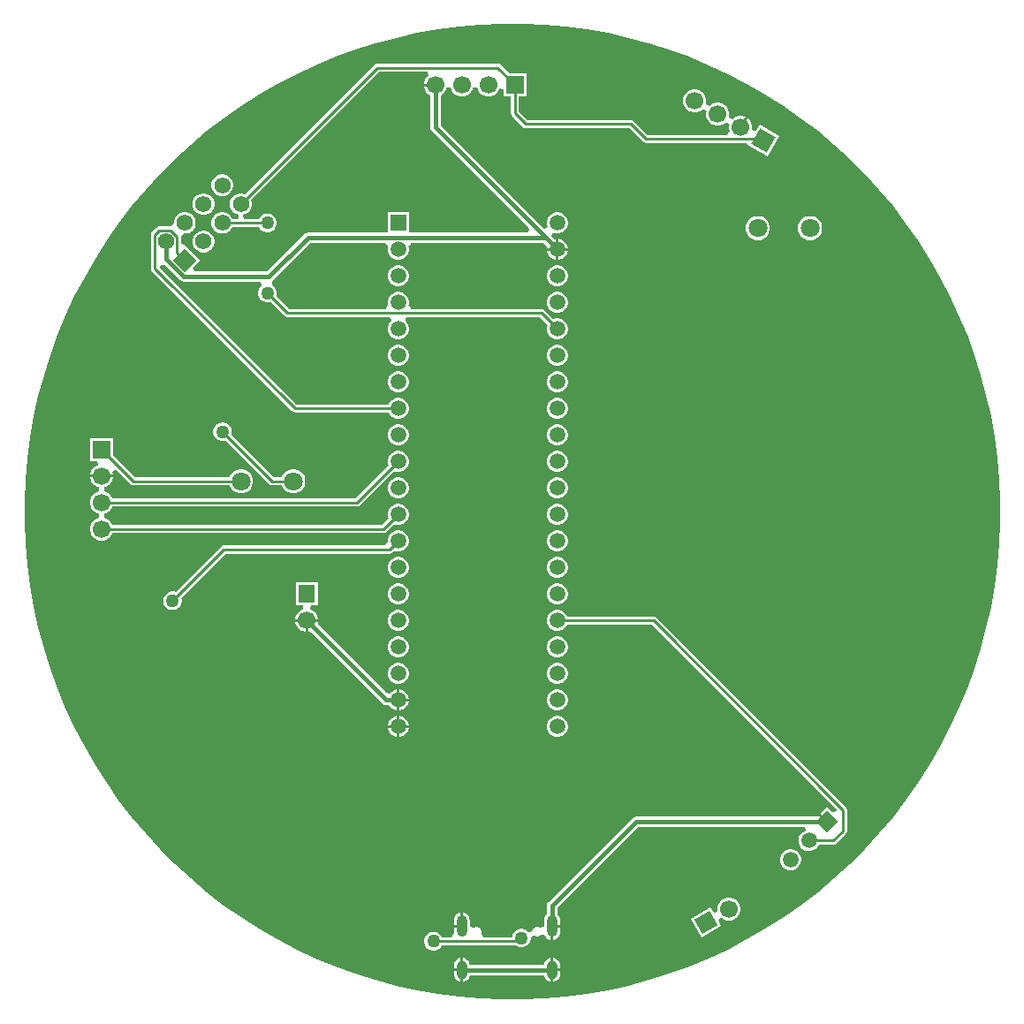
<source format=gbl>
G04*
G04 #@! TF.GenerationSoftware,Altium Limited,Altium Designer,24.6.1 (21)*
G04*
G04 Layer_Physical_Order=2*
G04 Layer_Color=16711680*
%FSLAX25Y25*%
%MOIN*%
G70*
G04*
G04 #@! TF.SameCoordinates,14203EA7-49FE-442F-A609-4801219AAA54*
G04*
G04*
G04 #@! TF.FilePolarity,Positive*
G04*
G01*
G75*
%ADD11C,0.01000*%
%ADD62C,0.01800*%
%ADD63P,0.09465X4X195.0*%
%ADD64C,0.06693*%
%ADD65R,0.06693X0.06693*%
%ADD66R,0.06693X0.06693*%
G04:AMPARAMS|DCode=67|XSize=66.93mil|YSize=62mil|CornerRadius=0mil|HoleSize=0mil|Usage=FLASHONLY|Rotation=30.000|XOffset=0mil|YOffset=0mil|HoleType=Round|Shape=Rectangle|*
%AMROTATEDRECTD67*
4,1,4,-0.01348,-0.04358,-0.04448,0.01011,0.01348,0.04358,0.04448,-0.01011,-0.01348,-0.04358,0.0*
%
%ADD67ROTATEDRECTD67*%

%ADD68C,0.05906*%
%ADD69P,0.08352X4X91.0*%
%ADD70O,0.03937X0.08268*%
%ADD71O,0.03937X0.07087*%
%ADD72C,0.07087*%
%ADD73P,0.08768X4X90.0*%
%ADD74C,0.06200*%
%ADD75R,0.05906X0.05906*%
%ADD76R,0.06200X0.06693*%
%ADD77C,0.05000*%
G36*
X12042Y183718D02*
X20044Y183017D01*
X28008Y181969D01*
X35918Y180574D01*
X43761Y178835D01*
X51520Y176756D01*
X59181Y174341D01*
X66729Y171594D01*
X74150Y168520D01*
X81431Y165125D01*
X88556Y161416D01*
X95512Y157399D01*
X102287Y153083D01*
X108867Y148476D01*
X115240Y143586D01*
X121393Y138423D01*
X127316Y132996D01*
X132996Y127316D01*
X138423Y121393D01*
X143586Y115240D01*
X148476Y108867D01*
X153083Y102287D01*
X157399Y95512D01*
X161416Y88556D01*
X165125Y81431D01*
X168520Y74150D01*
X171594Y66729D01*
X174341Y59181D01*
X176756Y51520D01*
X178835Y43761D01*
X180574Y35918D01*
X181969Y28008D01*
X183017Y20044D01*
X183718Y12042D01*
X184068Y4016D01*
Y0D01*
Y-4016D01*
X183718Y-12042D01*
X183017Y-20044D01*
X181969Y-28008D01*
X180574Y-35918D01*
X178835Y-43761D01*
X176756Y-51520D01*
X174341Y-59181D01*
X171594Y-66729D01*
X168520Y-74150D01*
X165125Y-81431D01*
X161416Y-88556D01*
X157399Y-95512D01*
X153083Y-102287D01*
X148476Y-108867D01*
X143586Y-115240D01*
X138423Y-121393D01*
X132996Y-127316D01*
X127316Y-132996D01*
X121393Y-138423D01*
X115240Y-143586D01*
X108867Y-148476D01*
X102287Y-153083D01*
X95512Y-157399D01*
X88556Y-161416D01*
X81431Y-165125D01*
X74150Y-168520D01*
X66729Y-171594D01*
X59181Y-174341D01*
X51520Y-176756D01*
X43761Y-178835D01*
X35918Y-180574D01*
X28008Y-181969D01*
X20044Y-183017D01*
X12042Y-183718D01*
X4016Y-184068D01*
X-4016D01*
X-12042Y-183718D01*
X-20044Y-183017D01*
X-28008Y-181969D01*
X-35918Y-180574D01*
X-43761Y-178835D01*
X-51520Y-176756D01*
X-59181Y-174341D01*
X-66729Y-171594D01*
X-74150Y-168520D01*
X-81431Y-165125D01*
X-88556Y-161416D01*
X-95512Y-157399D01*
X-102287Y-153083D01*
X-108867Y-148476D01*
X-115240Y-143586D01*
X-121393Y-138423D01*
X-127316Y-132996D01*
X-132996Y-127316D01*
X-138423Y-121393D01*
X-143586Y-115240D01*
X-148476Y-108867D01*
X-153083Y-102287D01*
X-157399Y-95512D01*
X-161416Y-88556D01*
X-165125Y-81431D01*
X-168520Y-74150D01*
X-171594Y-66729D01*
X-174341Y-59181D01*
X-176756Y-51520D01*
X-178835Y-43761D01*
X-180574Y-35918D01*
X-181969Y-28008D01*
X-183017Y-20044D01*
X-183718Y-12042D01*
X-184068Y-4016D01*
Y0D01*
Y4016D01*
X-183718Y12042D01*
X-183017Y20044D01*
X-181969Y28008D01*
X-180574Y35918D01*
X-178835Y43761D01*
X-176756Y51520D01*
X-174341Y59181D01*
X-171594Y66729D01*
X-168520Y74150D01*
X-165125Y81431D01*
X-161416Y88556D01*
X-157399Y95512D01*
X-153083Y102287D01*
X-148476Y108867D01*
X-143586Y115240D01*
X-138423Y121393D01*
X-132996Y127316D01*
X-127316Y132996D01*
X-121393Y138423D01*
X-115240Y143586D01*
X-108867Y148476D01*
X-102287Y153083D01*
X-95512Y157399D01*
X-88556Y161416D01*
X-81431Y165125D01*
X-74150Y168520D01*
X-66729Y171594D01*
X-59181Y174341D01*
X-51520Y176756D01*
X-43761Y178835D01*
X-35918Y180574D01*
X-28008Y181969D01*
X-20044Y183017D01*
X-12042Y183718D01*
X-4016Y184068D01*
X4016D01*
X12042Y183718D01*
D02*
G37*
%LPC*%
G36*
X-5500Y169029D02*
X-50929D01*
X-51514Y168913D01*
X-52010Y168581D01*
X-100728Y119864D01*
X-100775Y119892D01*
X-101818Y120171D01*
X-102898D01*
X-103940Y119892D01*
X-104875Y119352D01*
X-105639Y118588D01*
X-106178Y117654D01*
X-106458Y116611D01*
Y115531D01*
X-106178Y114488D01*
X-105639Y113554D01*
X-104875Y112790D01*
X-103940Y112250D01*
X-103115Y112029D01*
X-103313Y110529D01*
X-105594D01*
X-105608Y110582D01*
X-106148Y111518D01*
X-106912Y112281D01*
X-107846Y112821D01*
X-108889Y113100D01*
X-109969D01*
X-111012Y112821D01*
X-111946Y112281D01*
X-112710Y111518D01*
X-113250Y110582D01*
X-113529Y109540D01*
Y108460D01*
X-113250Y107418D01*
X-112710Y106483D01*
X-111946Y105719D01*
X-111012Y105179D01*
X-109969Y104900D01*
X-108889D01*
X-107846Y105179D01*
X-106912Y105719D01*
X-106148Y106483D01*
X-105608Y107418D01*
X-105594Y107471D01*
X-95561D01*
X-95204Y106851D01*
X-94552Y106199D01*
X-93754Y105738D01*
X-92864Y105500D01*
X-91942D01*
X-91052Y105738D01*
X-90254Y106199D01*
X-89602Y106851D01*
X-89141Y107649D01*
X-88903Y108539D01*
Y109461D01*
X-89141Y110351D01*
X-89602Y111149D01*
X-90254Y111801D01*
X-91052Y112261D01*
X-91942Y112500D01*
X-92864D01*
X-93754Y112261D01*
X-94552Y111801D01*
X-95204Y111149D01*
X-95561Y110529D01*
X-101403D01*
X-101600Y112029D01*
X-100775Y112250D01*
X-99840Y112790D01*
X-99077Y113554D01*
X-98537Y114488D01*
X-98258Y115531D01*
Y116611D01*
X-98537Y117654D01*
X-98565Y117701D01*
X-50295Y165971D01*
X-32084D01*
X-31677Y164506D01*
X-31676Y164471D01*
X-32478Y163669D01*
X-33050Y162678D01*
X-33346Y161572D01*
Y161500D01*
X-29000D01*
Y160500D01*
X-33346D01*
Y160428D01*
X-33050Y159322D01*
X-32478Y158331D01*
X-31669Y157522D01*
X-30937Y157100D01*
Y145000D01*
X-30790Y144259D01*
X-30370Y143630D01*
X6537Y106723D01*
X5963Y105337D01*
X-39047D01*
Y112953D01*
X-46953D01*
Y105337D01*
X-77100D01*
X-77841Y105190D01*
X-78470Y104770D01*
X-92602Y90637D01*
X-120033D01*
X-120607Y92023D01*
X-117773Y94858D01*
X-123571Y100656D01*
X-123585Y100642D01*
X-124971Y101216D01*
Y103600D01*
X-124509Y104297D01*
X-124086Y104748D01*
X-123816Y104900D01*
X-123031D01*
X-121988Y105179D01*
X-121054Y105719D01*
X-120290Y106483D01*
X-119750Y107418D01*
X-119471Y108460D01*
Y109540D01*
X-119750Y110582D01*
X-120290Y111518D01*
X-121054Y112281D01*
X-121988Y112821D01*
X-123031Y113100D01*
X-124111D01*
X-125154Y112821D01*
X-126089Y112281D01*
X-126852Y111518D01*
X-127392Y110582D01*
X-127671Y109540D01*
Y108778D01*
X-127799Y108560D01*
X-128342Y108041D01*
X-129000Y107629D01*
X-133200D01*
X-133785Y107513D01*
X-134281Y107181D01*
X-135881Y105581D01*
X-136213Y105085D01*
X-136329Y104500D01*
Y91700D01*
X-136213Y91115D01*
X-135881Y90619D01*
X-83181Y37919D01*
X-82685Y37587D01*
X-82100Y37471D01*
X-46681D01*
X-46163Y36573D01*
X-45427Y35837D01*
X-44526Y35317D01*
X-43520Y35047D01*
X-42480D01*
X-41474Y35317D01*
X-40573Y35837D01*
X-39837Y36573D01*
X-39317Y37474D01*
X-39047Y38480D01*
Y39520D01*
X-39317Y40526D01*
X-39837Y41427D01*
X-40573Y42163D01*
X-41474Y42683D01*
X-42480Y42953D01*
X-43520D01*
X-44526Y42683D01*
X-45427Y42163D01*
X-46163Y41427D01*
X-46681Y40529D01*
X-81467D01*
X-132909Y91971D01*
X-132841Y92852D01*
X-131294Y93412D01*
X-125212Y87330D01*
X-124583Y86910D01*
X-123842Y86763D01*
X-95020D01*
X-94596Y85439D01*
X-94590Y85263D01*
X-95204Y84649D01*
X-95664Y83851D01*
X-95903Y82961D01*
Y82039D01*
X-95664Y81149D01*
X-95204Y80351D01*
X-94552Y79699D01*
X-93754Y79238D01*
X-92864Y79000D01*
X-91942D01*
X-91251Y79185D01*
X-85984Y73919D01*
X-85488Y73587D01*
X-84903Y73471D01*
X-46162D01*
X-45763Y72760D01*
X-45619Y71971D01*
X-46163Y71427D01*
X-46683Y70526D01*
X-46953Y69520D01*
Y68480D01*
X-46683Y67474D01*
X-46163Y66573D01*
X-45427Y65837D01*
X-44526Y65317D01*
X-43520Y65047D01*
X-42480D01*
X-41474Y65317D01*
X-40573Y65837D01*
X-39837Y66573D01*
X-39317Y67474D01*
X-39047Y68480D01*
Y69520D01*
X-39317Y70526D01*
X-39837Y71427D01*
X-40381Y71971D01*
X-40237Y72760D01*
X-39838Y73471D01*
X10367D01*
X13316Y70522D01*
X13047Y69520D01*
Y68480D01*
X13317Y67474D01*
X13837Y66573D01*
X14573Y65837D01*
X15474Y65317D01*
X16480Y65047D01*
X17520D01*
X18526Y65317D01*
X19427Y65837D01*
X20163Y66573D01*
X20683Y67474D01*
X20953Y68480D01*
Y69520D01*
X20683Y70526D01*
X20163Y71427D01*
X19427Y72163D01*
X18526Y72683D01*
X17520Y72953D01*
X16480D01*
X15478Y72685D01*
X12081Y76081D01*
X11585Y76413D01*
X11000Y76529D01*
X-38130D01*
X-38437Y76774D01*
X-39168Y78029D01*
X-39047Y78480D01*
Y79520D01*
X-39317Y80526D01*
X-39837Y81427D01*
X-40573Y82163D01*
X-41474Y82683D01*
X-42480Y82953D01*
X-43520D01*
X-44526Y82683D01*
X-45427Y82163D01*
X-46163Y81427D01*
X-46683Y80526D01*
X-46953Y79520D01*
Y78480D01*
X-46832Y78029D01*
X-47563Y76774D01*
X-47870Y76529D01*
X-84269D01*
X-89088Y81348D01*
X-88903Y82039D01*
Y82961D01*
X-89141Y83851D01*
X-89602Y84649D01*
X-90254Y85301D01*
X-90640Y85523D01*
X-90718Y85782D01*
X-90740Y86839D01*
X-90638Y87191D01*
X-90430Y87330D01*
X-76298Y101463D01*
X-47874D01*
X-47572Y101225D01*
X-46834Y99963D01*
X-46953Y99520D01*
Y98480D01*
X-46683Y97474D01*
X-46163Y96573D01*
X-45427Y95837D01*
X-44526Y95317D01*
X-43520Y95047D01*
X-42480D01*
X-41474Y95317D01*
X-40573Y95837D01*
X-39837Y96573D01*
X-39317Y97474D01*
X-39047Y98480D01*
Y99520D01*
X-39166Y99963D01*
X-38428Y101225D01*
X-38126Y101463D01*
X11798D01*
X13194Y100067D01*
X13047Y99520D01*
Y99500D01*
X16500D01*
Y102953D01*
X16480D01*
X15933Y102806D01*
X14719Y104021D01*
X15474Y105317D01*
X16480Y105047D01*
X17520D01*
X18526Y105317D01*
X19427Y105837D01*
X20163Y106573D01*
X20683Y107474D01*
X20953Y108480D01*
Y109520D01*
X20683Y110526D01*
X20163Y111427D01*
X19427Y112163D01*
X18526Y112683D01*
X17520Y112953D01*
X16480D01*
X15474Y112683D01*
X14573Y112163D01*
X13837Y111427D01*
X13317Y110526D01*
X13047Y109520D01*
Y108480D01*
X13317Y107474D01*
X12021Y106719D01*
X-27063Y145802D01*
Y157100D01*
X-26331Y157522D01*
X-25522Y158331D01*
X-24950Y159322D01*
X-24777Y159969D01*
X-23223D01*
X-23050Y159322D01*
X-22478Y158331D01*
X-21669Y157522D01*
X-20678Y156950D01*
X-19572Y156653D01*
X-18428D01*
X-17322Y156950D01*
X-16331Y157522D01*
X-15522Y158331D01*
X-14950Y159322D01*
X-14776Y159969D01*
X-13224D01*
X-13050Y159322D01*
X-12478Y158331D01*
X-11669Y157522D01*
X-10678Y156950D01*
X-9572Y156653D01*
X-8428D01*
X-7322Y156950D01*
X-6331Y157522D01*
X-5522Y158331D01*
X-4950Y159322D01*
X-4846Y159708D01*
X-3347Y159510D01*
Y156653D01*
X-529D01*
Y150300D01*
X-413Y149715D01*
X-81Y149219D01*
X3918Y145219D01*
X4415Y144887D01*
X5000Y144771D01*
X44067D01*
X49265Y139572D01*
X49761Y139241D01*
X50346Y139124D01*
X88470D01*
X88883Y138409D01*
Y138409D01*
X96411Y134063D01*
X100758Y141591D01*
X93230Y145937D01*
X91801Y143463D01*
X90403Y144042D01*
X90507Y144428D01*
X90507Y145572D01*
X90210Y146678D01*
X89638Y147669D01*
X88829Y148478D01*
X88766Y148514D01*
X86593Y144750D01*
X85727Y145250D01*
X87901Y149014D01*
X87838Y149050D01*
X86733Y149346D01*
X85588Y149346D01*
X84483Y149050D01*
X83491Y148478D01*
X83018Y148005D01*
X81673Y148781D01*
X81846Y149428D01*
X81846Y150572D01*
X81550Y151678D01*
X80978Y152669D01*
X80169Y153478D01*
X79178Y154050D01*
X78072Y154347D01*
X76928Y154347D01*
X75822Y154050D01*
X74831Y153478D01*
X74358Y153005D01*
X73013Y153781D01*
X73186Y154428D01*
X73186Y155572D01*
X72890Y156678D01*
X72318Y157669D01*
X71509Y158478D01*
X70517Y159050D01*
X69412Y159346D01*
X68268Y159346D01*
X67162Y159050D01*
X66171Y158478D01*
X65362Y157669D01*
X64789Y156678D01*
X64493Y155572D01*
X64493Y154428D01*
X64789Y153322D01*
X65362Y152331D01*
X66171Y151522D01*
X67162Y150950D01*
X68268Y150654D01*
X69412Y150654D01*
X70517Y150950D01*
X71509Y151522D01*
X71982Y151996D01*
X73327Y151219D01*
X73154Y150572D01*
X73154Y149428D01*
X73450Y148322D01*
X74022Y147331D01*
X74831Y146522D01*
X75822Y145950D01*
X76928Y145654D01*
X78072Y145654D01*
X79178Y145950D01*
X80169Y146522D01*
X80642Y146995D01*
X81987Y146219D01*
X81814Y145572D01*
X81814Y144428D01*
X82013Y143683D01*
X81483Y142657D01*
X81036Y142183D01*
X50980D01*
X45781Y147381D01*
X45285Y147713D01*
X44700Y147829D01*
X5633D01*
X2529Y150934D01*
Y156653D01*
X5347D01*
Y165347D01*
X-1184D01*
X-4419Y168581D01*
X-4915Y168913D01*
X-5500Y169029D01*
D02*
G37*
G36*
X-108889Y127242D02*
X-109969D01*
X-111012Y126963D01*
X-111946Y126423D01*
X-112710Y125660D01*
X-113250Y124725D01*
X-113529Y123682D01*
Y122602D01*
X-113250Y121560D01*
X-112710Y120625D01*
X-111946Y119861D01*
X-111012Y119322D01*
X-109969Y119042D01*
X-108889D01*
X-107846Y119322D01*
X-106912Y119861D01*
X-106148Y120625D01*
X-105608Y121560D01*
X-105329Y122602D01*
Y123682D01*
X-105608Y124725D01*
X-106148Y125660D01*
X-106912Y126423D01*
X-107846Y126963D01*
X-108889Y127242D01*
D02*
G37*
G36*
X-115960Y120171D02*
X-117040D01*
X-118082Y119892D01*
X-119018Y119352D01*
X-119781Y118588D01*
X-120321Y117654D01*
X-120600Y116611D01*
Y115531D01*
X-120321Y114488D01*
X-119781Y113554D01*
X-119018Y112790D01*
X-118082Y112250D01*
X-117040Y111971D01*
X-115960D01*
X-114918Y112250D01*
X-113982Y112790D01*
X-113219Y113554D01*
X-112679Y114488D01*
X-112400Y115531D01*
Y116611D01*
X-112679Y117654D01*
X-113219Y118588D01*
X-113982Y119352D01*
X-114918Y119892D01*
X-115960Y120171D01*
D02*
G37*
G36*
X112941Y111543D02*
X111744D01*
X110589Y111234D01*
X109553Y110635D01*
X108707Y109790D01*
X108109Y108754D01*
X107799Y107598D01*
Y106402D01*
X108109Y105246D01*
X108707Y104210D01*
X109553Y103365D01*
X110589Y102766D01*
X111744Y102457D01*
X112941D01*
X114096Y102766D01*
X115132Y103365D01*
X115978Y104210D01*
X116576Y105246D01*
X116886Y106402D01*
Y107598D01*
X116576Y108754D01*
X115978Y109790D01*
X115132Y110635D01*
X114096Y111234D01*
X112941Y111543D01*
D02*
G37*
G36*
X93256D02*
X92059D01*
X90904Y111234D01*
X89868Y110635D01*
X89022Y109790D01*
X88424Y108754D01*
X88114Y107598D01*
Y106402D01*
X88424Y105246D01*
X89022Y104210D01*
X89868Y103365D01*
X90904Y102766D01*
X92059Y102457D01*
X93256D01*
X94411Y102766D01*
X95447Y103365D01*
X96293Y104210D01*
X96891Y105246D01*
X97201Y106402D01*
Y107598D01*
X96891Y108754D01*
X96293Y109790D01*
X95447Y110635D01*
X94411Y111234D01*
X93256Y111543D01*
D02*
G37*
G36*
X17520Y102953D02*
X17500D01*
Y99500D01*
X20953D01*
Y99520D01*
X20683Y100526D01*
X20163Y101427D01*
X19427Y102163D01*
X18526Y102683D01*
X17520Y102953D01*
D02*
G37*
G36*
X-115960Y106029D02*
X-117040D01*
X-118082Y105750D01*
X-119018Y105210D01*
X-119781Y104446D01*
X-120321Y103512D01*
X-120600Y102469D01*
Y101389D01*
X-120321Y100347D01*
X-119781Y99411D01*
X-119018Y98648D01*
X-118082Y98108D01*
X-117040Y97829D01*
X-115960D01*
X-114918Y98108D01*
X-113982Y98648D01*
X-113219Y99411D01*
X-112679Y100347D01*
X-112400Y101389D01*
Y102469D01*
X-112679Y103512D01*
X-113219Y104446D01*
X-113982Y105210D01*
X-114918Y105750D01*
X-115960Y106029D01*
D02*
G37*
G36*
X20953Y98500D02*
X17500D01*
Y95047D01*
X17520D01*
X18526Y95317D01*
X19427Y95837D01*
X20163Y96573D01*
X20683Y97474D01*
X20953Y98480D01*
Y98500D01*
D02*
G37*
G36*
X16500D02*
X13047D01*
Y98480D01*
X13317Y97474D01*
X13837Y96573D01*
X14573Y95837D01*
X15474Y95317D01*
X16480Y95047D01*
X16500D01*
Y98500D01*
D02*
G37*
G36*
X17520Y92953D02*
X16480D01*
X15474Y92683D01*
X14573Y92163D01*
X13837Y91427D01*
X13317Y90526D01*
X13047Y89520D01*
Y88480D01*
X13317Y87474D01*
X13837Y86573D01*
X14573Y85837D01*
X15474Y85317D01*
X16480Y85047D01*
X17520D01*
X18526Y85317D01*
X19427Y85837D01*
X20163Y86573D01*
X20683Y87474D01*
X20953Y88480D01*
Y89520D01*
X20683Y90526D01*
X20163Y91427D01*
X19427Y92163D01*
X18526Y92683D01*
X17520Y92953D01*
D02*
G37*
G36*
X-42480D02*
X-43520D01*
X-44526Y92683D01*
X-45427Y92163D01*
X-46163Y91427D01*
X-46683Y90526D01*
X-46953Y89520D01*
Y88480D01*
X-46683Y87474D01*
X-46163Y86573D01*
X-45427Y85837D01*
X-44526Y85317D01*
X-43520Y85047D01*
X-42480D01*
X-41474Y85317D01*
X-40573Y85837D01*
X-39837Y86573D01*
X-39317Y87474D01*
X-39047Y88480D01*
Y89520D01*
X-39317Y90526D01*
X-39837Y91427D01*
X-40573Y92163D01*
X-41474Y92683D01*
X-42480Y92953D01*
D02*
G37*
G36*
X17520Y82953D02*
X16480D01*
X15474Y82683D01*
X14573Y82163D01*
X13837Y81427D01*
X13317Y80526D01*
X13047Y79520D01*
Y78480D01*
X13317Y77474D01*
X13837Y76573D01*
X14573Y75837D01*
X15474Y75317D01*
X16480Y75047D01*
X17520D01*
X18526Y75317D01*
X19427Y75837D01*
X20163Y76573D01*
X20683Y77474D01*
X20953Y78480D01*
Y79520D01*
X20683Y80526D01*
X20163Y81427D01*
X19427Y82163D01*
X18526Y82683D01*
X17520Y82953D01*
D02*
G37*
G36*
Y62953D02*
X16480D01*
X15474Y62683D01*
X14573Y62163D01*
X13837Y61427D01*
X13317Y60526D01*
X13047Y59520D01*
Y58480D01*
X13317Y57474D01*
X13837Y56573D01*
X14573Y55837D01*
X15474Y55317D01*
X16480Y55047D01*
X17520D01*
X18526Y55317D01*
X19427Y55837D01*
X20163Y56573D01*
X20683Y57474D01*
X20953Y58480D01*
Y59520D01*
X20683Y60526D01*
X20163Y61427D01*
X19427Y62163D01*
X18526Y62683D01*
X17520Y62953D01*
D02*
G37*
G36*
X-42480D02*
X-43520D01*
X-44526Y62683D01*
X-45427Y62163D01*
X-46163Y61427D01*
X-46683Y60526D01*
X-46953Y59520D01*
Y58480D01*
X-46683Y57474D01*
X-46163Y56573D01*
X-45427Y55837D01*
X-44526Y55317D01*
X-43520Y55047D01*
X-42480D01*
X-41474Y55317D01*
X-40573Y55837D01*
X-39837Y56573D01*
X-39317Y57474D01*
X-39047Y58480D01*
Y59520D01*
X-39317Y60526D01*
X-39837Y61427D01*
X-40573Y62163D01*
X-41474Y62683D01*
X-42480Y62953D01*
D02*
G37*
G36*
X17520Y52953D02*
X16480D01*
X15474Y52683D01*
X14573Y52163D01*
X13837Y51427D01*
X13317Y50526D01*
X13047Y49520D01*
Y48480D01*
X13317Y47474D01*
X13837Y46573D01*
X14573Y45837D01*
X15474Y45317D01*
X16480Y45047D01*
X17520D01*
X18526Y45317D01*
X19427Y45837D01*
X20163Y46573D01*
X20683Y47474D01*
X20953Y48480D01*
Y49520D01*
X20683Y50526D01*
X20163Y51427D01*
X19427Y52163D01*
X18526Y52683D01*
X17520Y52953D01*
D02*
G37*
G36*
X-42480D02*
X-43520D01*
X-44526Y52683D01*
X-45427Y52163D01*
X-46163Y51427D01*
X-46683Y50526D01*
X-46953Y49520D01*
Y48480D01*
X-46683Y47474D01*
X-46163Y46573D01*
X-45427Y45837D01*
X-44526Y45317D01*
X-43520Y45047D01*
X-42480D01*
X-41474Y45317D01*
X-40573Y45837D01*
X-39837Y46573D01*
X-39317Y47474D01*
X-39047Y48480D01*
Y49520D01*
X-39317Y50526D01*
X-39837Y51427D01*
X-40573Y52163D01*
X-41474Y52683D01*
X-42480Y52953D01*
D02*
G37*
G36*
X17520Y42953D02*
X16480D01*
X15474Y42683D01*
X14573Y42163D01*
X13837Y41427D01*
X13317Y40526D01*
X13047Y39520D01*
Y38480D01*
X13317Y37474D01*
X13837Y36573D01*
X14573Y35837D01*
X15474Y35317D01*
X16480Y35047D01*
X17520D01*
X18526Y35317D01*
X19427Y35837D01*
X20163Y36573D01*
X20683Y37474D01*
X20953Y38480D01*
Y39520D01*
X20683Y40526D01*
X20163Y41427D01*
X19427Y42163D01*
X18526Y42683D01*
X17520Y42953D01*
D02*
G37*
G36*
Y32953D02*
X16480D01*
X15474Y32683D01*
X14573Y32163D01*
X13837Y31427D01*
X13317Y30526D01*
X13047Y29520D01*
Y28480D01*
X13317Y27474D01*
X13837Y26573D01*
X14573Y25837D01*
X15474Y25317D01*
X16480Y25047D01*
X17520D01*
X18526Y25317D01*
X19427Y25837D01*
X20163Y26573D01*
X20683Y27474D01*
X20953Y28480D01*
Y29520D01*
X20683Y30526D01*
X20163Y31427D01*
X19427Y32163D01*
X18526Y32683D01*
X17520Y32953D01*
D02*
G37*
G36*
X-42480D02*
X-43520D01*
X-44526Y32683D01*
X-45427Y32163D01*
X-46163Y31427D01*
X-46683Y30526D01*
X-46953Y29520D01*
Y28480D01*
X-46683Y27474D01*
X-46163Y26573D01*
X-45427Y25837D01*
X-44526Y25317D01*
X-43520Y25047D01*
X-42480D01*
X-41474Y25317D01*
X-40573Y25837D01*
X-39837Y26573D01*
X-39317Y27474D01*
X-39047Y28480D01*
Y29520D01*
X-39317Y30526D01*
X-39837Y31427D01*
X-40573Y32163D01*
X-41474Y32683D01*
X-42480Y32953D01*
D02*
G37*
G36*
X17520Y22953D02*
X16480D01*
X15474Y22683D01*
X14573Y22163D01*
X13837Y21427D01*
X13317Y20526D01*
X13047Y19520D01*
Y18480D01*
X13317Y17474D01*
X13837Y16573D01*
X14573Y15837D01*
X15474Y15317D01*
X16480Y15047D01*
X17520D01*
X18526Y15317D01*
X19427Y15837D01*
X20163Y16573D01*
X20683Y17474D01*
X20953Y18480D01*
Y19520D01*
X20683Y20526D01*
X20163Y21427D01*
X19427Y22163D01*
X18526Y22683D01*
X17520Y22953D01*
D02*
G37*
G36*
X-42480D02*
X-43520D01*
X-44526Y22683D01*
X-45427Y22163D01*
X-46163Y21427D01*
X-46683Y20526D01*
X-46953Y19520D01*
Y18480D01*
X-46685Y17478D01*
X-59133Y5029D01*
X-150910D01*
X-150950Y5178D01*
X-151522Y6169D01*
X-152331Y6978D01*
X-153322Y7550D01*
X-153969Y7723D01*
Y9277D01*
X-153322Y9450D01*
X-152331Y10022D01*
X-151522Y10831D01*
X-150950Y11822D01*
X-150654Y12928D01*
Y13000D01*
X-155000D01*
X-159346D01*
Y12928D01*
X-159050Y11822D01*
X-158478Y10831D01*
X-157669Y10022D01*
X-156678Y9450D01*
X-156031Y9277D01*
Y7723D01*
X-156678Y7550D01*
X-157669Y6978D01*
X-158478Y6169D01*
X-159050Y5178D01*
X-159346Y4072D01*
Y2928D01*
X-159050Y1822D01*
X-158478Y831D01*
X-157669Y22D01*
X-156678Y-550D01*
X-156031Y-723D01*
Y-2276D01*
X-156678Y-2450D01*
X-157669Y-3022D01*
X-158478Y-3831D01*
X-159050Y-4822D01*
X-159346Y-5928D01*
Y-7072D01*
X-159050Y-8178D01*
X-158478Y-9169D01*
X-157669Y-9978D01*
X-156678Y-10550D01*
X-155572Y-10847D01*
X-154428D01*
X-153322Y-10550D01*
X-152331Y-9978D01*
X-151522Y-9169D01*
X-150950Y-8178D01*
X-150910Y-8029D01*
X-48500D01*
X-47915Y-7913D01*
X-47419Y-7581D01*
X-44522Y-4685D01*
X-43520Y-4953D01*
X-42480D01*
X-41474Y-4683D01*
X-40573Y-4163D01*
X-39837Y-3427D01*
X-39317Y-2526D01*
X-39047Y-1520D01*
Y-480D01*
X-39317Y526D01*
X-39837Y1427D01*
X-40573Y2163D01*
X-41474Y2683D01*
X-42480Y2953D01*
X-43520D01*
X-44526Y2683D01*
X-45427Y2163D01*
X-46163Y1427D01*
X-46683Y526D01*
X-46953Y-480D01*
Y-1520D01*
X-46685Y-2522D01*
X-49134Y-4971D01*
X-150910D01*
X-150950Y-4822D01*
X-151522Y-3831D01*
X-152331Y-3022D01*
X-153322Y-2450D01*
X-153969Y-2276D01*
Y-723D01*
X-153322Y-550D01*
X-152331Y22D01*
X-151522Y831D01*
X-150950Y1822D01*
X-150910Y1971D01*
X-58500D01*
X-57915Y2087D01*
X-57419Y2419D01*
X-44522Y15315D01*
X-43520Y15047D01*
X-42480D01*
X-41474Y15317D01*
X-40573Y15837D01*
X-39837Y16573D01*
X-39317Y17474D01*
X-39047Y18480D01*
Y19520D01*
X-39317Y20526D01*
X-39837Y21427D01*
X-40573Y22163D01*
X-41474Y22683D01*
X-42480Y22953D01*
D02*
G37*
G36*
X-108839Y33700D02*
X-109761D01*
X-110651Y33461D01*
X-111449Y33001D01*
X-112101Y32349D01*
X-112562Y31551D01*
X-112800Y30661D01*
Y29739D01*
X-112562Y28849D01*
X-112101Y28051D01*
X-111449Y27399D01*
X-110651Y26939D01*
X-109761Y26700D01*
X-108839D01*
X-108148Y26885D01*
X-91681Y10419D01*
X-91185Y10087D01*
X-90600Y9971D01*
X-86951D01*
X-86891Y9746D01*
X-86293Y8710D01*
X-85447Y7864D01*
X-84411Y7266D01*
X-83255Y6957D01*
X-82059D01*
X-80904Y7266D01*
X-79868Y7864D01*
X-79022Y8710D01*
X-78424Y9746D01*
X-78114Y10902D01*
Y12098D01*
X-78424Y13254D01*
X-79022Y14290D01*
X-79868Y15135D01*
X-80904Y15734D01*
X-82059Y16043D01*
X-83255D01*
X-84411Y15734D01*
X-85447Y15135D01*
X-86293Y14290D01*
X-86891Y13254D01*
X-86951Y13029D01*
X-89966D01*
X-105985Y29048D01*
X-105800Y29739D01*
Y30661D01*
X-106038Y31551D01*
X-106499Y32349D01*
X-107151Y33001D01*
X-107949Y33461D01*
X-108839Y33700D01*
D02*
G37*
G36*
X-150654Y27846D02*
X-159346D01*
Y19154D01*
X-156490D01*
X-156292Y17654D01*
X-156678Y17550D01*
X-157669Y16978D01*
X-158478Y16169D01*
X-159050Y15178D01*
X-159346Y14072D01*
Y14000D01*
X-155000D01*
X-150654D01*
Y14072D01*
X-150950Y15178D01*
X-149733Y16070D01*
X-144081Y10419D01*
X-143585Y10087D01*
X-143000Y9971D01*
X-106636D01*
X-106576Y9746D01*
X-105978Y8710D01*
X-105132Y7864D01*
X-104096Y7266D01*
X-102940Y6957D01*
X-101744D01*
X-100589Y7266D01*
X-99553Y7864D01*
X-98707Y8710D01*
X-98109Y9746D01*
X-97799Y10902D01*
Y12098D01*
X-98109Y13254D01*
X-98707Y14290D01*
X-99553Y15135D01*
X-100589Y15734D01*
X-101744Y16043D01*
X-102940D01*
X-104096Y15734D01*
X-105132Y15135D01*
X-105978Y14290D01*
X-106576Y13254D01*
X-106636Y13029D01*
X-142367D01*
X-150654Y21316D01*
Y27846D01*
D02*
G37*
G36*
X17520Y12953D02*
X16480D01*
X15474Y12683D01*
X14573Y12163D01*
X13837Y11427D01*
X13317Y10526D01*
X13047Y9520D01*
Y8480D01*
X13317Y7474D01*
X13837Y6573D01*
X14573Y5837D01*
X15474Y5317D01*
X16480Y5047D01*
X17520D01*
X18526Y5317D01*
X19427Y5837D01*
X20163Y6573D01*
X20683Y7474D01*
X20953Y8480D01*
Y9520D01*
X20683Y10526D01*
X20163Y11427D01*
X19427Y12163D01*
X18526Y12683D01*
X17520Y12953D01*
D02*
G37*
G36*
X-42480D02*
X-43520D01*
X-44526Y12683D01*
X-45427Y12163D01*
X-46163Y11427D01*
X-46683Y10526D01*
X-46953Y9520D01*
Y8480D01*
X-46683Y7474D01*
X-46163Y6573D01*
X-45427Y5837D01*
X-44526Y5317D01*
X-43520Y5047D01*
X-42480D01*
X-41474Y5317D01*
X-40573Y5837D01*
X-39837Y6573D01*
X-39317Y7474D01*
X-39047Y8480D01*
Y9520D01*
X-39317Y10526D01*
X-39837Y11427D01*
X-40573Y12163D01*
X-41474Y12683D01*
X-42480Y12953D01*
D02*
G37*
G36*
X17520Y2953D02*
X16480D01*
X15474Y2683D01*
X14573Y2163D01*
X13837Y1427D01*
X13317Y526D01*
X13047Y-480D01*
Y-1520D01*
X13317Y-2526D01*
X13837Y-3427D01*
X14573Y-4163D01*
X15474Y-4683D01*
X16480Y-4953D01*
X17520D01*
X18526Y-4683D01*
X19427Y-4163D01*
X20163Y-3427D01*
X20683Y-2526D01*
X20953Y-1520D01*
Y-480D01*
X20683Y526D01*
X20163Y1427D01*
X19427Y2163D01*
X18526Y2683D01*
X17520Y2953D01*
D02*
G37*
G36*
Y-7047D02*
X16480D01*
X15474Y-7317D01*
X14573Y-7837D01*
X13837Y-8573D01*
X13317Y-9474D01*
X13047Y-10480D01*
Y-11520D01*
X13317Y-12526D01*
X13837Y-13427D01*
X14573Y-14163D01*
X15474Y-14683D01*
X16480Y-14953D01*
X17520D01*
X18526Y-14683D01*
X19427Y-14163D01*
X20163Y-13427D01*
X20683Y-12526D01*
X20953Y-11520D01*
Y-10480D01*
X20683Y-9474D01*
X20163Y-8573D01*
X19427Y-7837D01*
X18526Y-7317D01*
X17520Y-7047D01*
D02*
G37*
G36*
X-42480D02*
X-43520D01*
X-44526Y-7317D01*
X-45427Y-7837D01*
X-46163Y-8573D01*
X-46683Y-9474D01*
X-46953Y-10480D01*
Y-11520D01*
X-48171Y-12771D01*
X-108880D01*
X-109465Y-12887D01*
X-109961Y-13219D01*
X-127028Y-30285D01*
X-127719Y-30100D01*
X-128640D01*
X-129531Y-30338D01*
X-130329Y-30799D01*
X-130980Y-31451D01*
X-131441Y-32249D01*
X-131680Y-33139D01*
Y-34061D01*
X-131441Y-34951D01*
X-130980Y-35749D01*
X-130329Y-36401D01*
X-129531Y-36862D01*
X-128640Y-37100D01*
X-127719D01*
X-126829Y-36862D01*
X-126031Y-36401D01*
X-125379Y-35749D01*
X-124918Y-34951D01*
X-124680Y-34061D01*
Y-33139D01*
X-124865Y-32448D01*
X-108246Y-15829D01*
X-46300D01*
X-45715Y-15713D01*
X-45219Y-15381D01*
X-44522Y-14684D01*
X-43520Y-14953D01*
X-42480D01*
X-41474Y-14683D01*
X-40573Y-14163D01*
X-39837Y-13427D01*
X-39317Y-12526D01*
X-39047Y-11520D01*
Y-10480D01*
X-39317Y-9474D01*
X-39837Y-8573D01*
X-40573Y-7837D01*
X-41474Y-7317D01*
X-42480Y-7047D01*
D02*
G37*
G36*
X17520Y-17047D02*
X16480D01*
X15474Y-17317D01*
X14573Y-17837D01*
X13837Y-18573D01*
X13317Y-19474D01*
X13047Y-20480D01*
Y-21520D01*
X13317Y-22526D01*
X13837Y-23427D01*
X14573Y-24163D01*
X15474Y-24683D01*
X16480Y-24953D01*
X17520D01*
X18526Y-24683D01*
X19427Y-24163D01*
X20163Y-23427D01*
X20683Y-22526D01*
X20953Y-21520D01*
Y-20480D01*
X20683Y-19474D01*
X20163Y-18573D01*
X19427Y-17837D01*
X18526Y-17317D01*
X17520Y-17047D01*
D02*
G37*
G36*
X-42480D02*
X-43520D01*
X-44526Y-17317D01*
X-45427Y-17837D01*
X-46163Y-18573D01*
X-46683Y-19474D01*
X-46953Y-20480D01*
Y-21520D01*
X-46683Y-22526D01*
X-46163Y-23427D01*
X-45427Y-24163D01*
X-44526Y-24683D01*
X-43520Y-24953D01*
X-42480D01*
X-41474Y-24683D01*
X-40573Y-24163D01*
X-39837Y-23427D01*
X-39317Y-22526D01*
X-39047Y-21520D01*
Y-20480D01*
X-39317Y-19474D01*
X-39837Y-18573D01*
X-40573Y-17837D01*
X-41474Y-17317D01*
X-42480Y-17047D01*
D02*
G37*
G36*
X17520Y-27047D02*
X16480D01*
X15474Y-27317D01*
X14573Y-27837D01*
X13837Y-28573D01*
X13317Y-29474D01*
X13047Y-30480D01*
Y-31520D01*
X13317Y-32526D01*
X13837Y-33427D01*
X14573Y-34163D01*
X15474Y-34683D01*
X16480Y-34953D01*
X17520D01*
X18526Y-34683D01*
X19427Y-34163D01*
X20163Y-33427D01*
X20683Y-32526D01*
X20953Y-31520D01*
Y-30480D01*
X20683Y-29474D01*
X20163Y-28573D01*
X19427Y-27837D01*
X18526Y-27317D01*
X17520Y-27047D01*
D02*
G37*
G36*
X-42480D02*
X-43520D01*
X-44526Y-27317D01*
X-45427Y-27837D01*
X-46163Y-28573D01*
X-46683Y-29474D01*
X-46953Y-30480D01*
Y-31520D01*
X-46683Y-32526D01*
X-46163Y-33427D01*
X-45427Y-34163D01*
X-44526Y-34683D01*
X-43520Y-34953D01*
X-42480D01*
X-41474Y-34683D01*
X-40573Y-34163D01*
X-39837Y-33427D01*
X-39317Y-32526D01*
X-39047Y-31520D01*
Y-30480D01*
X-39317Y-29474D01*
X-39837Y-28573D01*
X-40573Y-27837D01*
X-41474Y-27317D01*
X-42480Y-27047D01*
D02*
G37*
G36*
X-73400Y-26654D02*
X-81600D01*
Y-35346D01*
X-78990D01*
X-78792Y-36846D01*
X-79178Y-36950D01*
X-80169Y-37522D01*
X-80978Y-38331D01*
X-81550Y-39322D01*
X-81846Y-40428D01*
Y-40500D01*
X-77500D01*
X-73154D01*
Y-40428D01*
X-73450Y-39322D01*
X-74022Y-38331D01*
X-74831Y-37522D01*
X-75822Y-36950D01*
X-76208Y-36846D01*
X-76010Y-35346D01*
X-73400D01*
Y-26654D01*
D02*
G37*
G36*
X-42480Y-37047D02*
X-43520D01*
X-44526Y-37317D01*
X-45427Y-37837D01*
X-46163Y-38573D01*
X-46683Y-39474D01*
X-46953Y-40480D01*
Y-41520D01*
X-46683Y-42526D01*
X-46163Y-43427D01*
X-45427Y-44163D01*
X-44526Y-44683D01*
X-43520Y-44953D01*
X-42480D01*
X-41474Y-44683D01*
X-40573Y-44163D01*
X-39837Y-43427D01*
X-39317Y-42526D01*
X-39047Y-41520D01*
Y-40480D01*
X-39317Y-39474D01*
X-39837Y-38573D01*
X-40573Y-37837D01*
X-41474Y-37317D01*
X-42480Y-37047D01*
D02*
G37*
G36*
X-78000Y-41500D02*
X-81846D01*
Y-41572D01*
X-81550Y-42678D01*
X-80978Y-43669D01*
X-80169Y-44478D01*
X-79178Y-45050D01*
X-78072Y-45346D01*
X-78000D01*
Y-41500D01*
D02*
G37*
G36*
X17520Y-47047D02*
X16480D01*
X15474Y-47317D01*
X14573Y-47837D01*
X13837Y-48573D01*
X13317Y-49474D01*
X13047Y-50480D01*
Y-51520D01*
X13317Y-52526D01*
X13837Y-53427D01*
X14573Y-54163D01*
X15474Y-54683D01*
X16480Y-54953D01*
X17520D01*
X18526Y-54683D01*
X19427Y-54163D01*
X20163Y-53427D01*
X20683Y-52526D01*
X20953Y-51520D01*
Y-50480D01*
X20683Y-49474D01*
X20163Y-48573D01*
X19427Y-47837D01*
X18526Y-47317D01*
X17520Y-47047D01*
D02*
G37*
G36*
X-42480D02*
X-43520D01*
X-44526Y-47317D01*
X-45427Y-47837D01*
X-46163Y-48573D01*
X-46683Y-49474D01*
X-46953Y-50480D01*
Y-51520D01*
X-46683Y-52526D01*
X-46163Y-53427D01*
X-45427Y-54163D01*
X-44526Y-54683D01*
X-43520Y-54953D01*
X-42480D01*
X-41474Y-54683D01*
X-40573Y-54163D01*
X-39837Y-53427D01*
X-39317Y-52526D01*
X-39047Y-51520D01*
Y-50480D01*
X-39317Y-49474D01*
X-39837Y-48573D01*
X-40573Y-47837D01*
X-41474Y-47317D01*
X-42480Y-47047D01*
D02*
G37*
G36*
X17520Y-57047D02*
X16480D01*
X15474Y-57317D01*
X14573Y-57837D01*
X13837Y-58573D01*
X13317Y-59474D01*
X13047Y-60480D01*
Y-61520D01*
X13317Y-62526D01*
X13837Y-63427D01*
X14573Y-64163D01*
X15474Y-64683D01*
X16480Y-64953D01*
X17520D01*
X18526Y-64683D01*
X19427Y-64163D01*
X20163Y-63427D01*
X20683Y-62526D01*
X20953Y-61520D01*
Y-60480D01*
X20683Y-59474D01*
X20163Y-58573D01*
X19427Y-57837D01*
X18526Y-57317D01*
X17520Y-57047D01*
D02*
G37*
G36*
X-42480D02*
X-43520D01*
X-44526Y-57317D01*
X-45427Y-57837D01*
X-46163Y-58573D01*
X-46683Y-59474D01*
X-46953Y-60480D01*
Y-61520D01*
X-46683Y-62526D01*
X-46163Y-63427D01*
X-45427Y-64163D01*
X-44526Y-64683D01*
X-43520Y-64953D01*
X-42480D01*
X-41474Y-64683D01*
X-40573Y-64163D01*
X-39837Y-63427D01*
X-39317Y-62526D01*
X-39047Y-61520D01*
Y-60480D01*
X-39317Y-59474D01*
X-39837Y-58573D01*
X-40573Y-57837D01*
X-41474Y-57317D01*
X-42480Y-57047D01*
D02*
G37*
G36*
Y-67047D02*
X-42500D01*
Y-70500D01*
X-39047D01*
Y-70480D01*
X-39317Y-69474D01*
X-39837Y-68573D01*
X-40573Y-67837D01*
X-41474Y-67317D01*
X-42480Y-67047D01*
D02*
G37*
G36*
X17520D02*
X16480D01*
X15474Y-67317D01*
X14573Y-67837D01*
X13837Y-68573D01*
X13317Y-69474D01*
X13047Y-70480D01*
Y-71520D01*
X13317Y-72526D01*
X13837Y-73427D01*
X14573Y-74163D01*
X15474Y-74683D01*
X16480Y-74953D01*
X17520D01*
X18526Y-74683D01*
X19427Y-74163D01*
X20163Y-73427D01*
X20683Y-72526D01*
X20953Y-71520D01*
Y-70480D01*
X20683Y-69474D01*
X20163Y-68573D01*
X19427Y-67837D01*
X18526Y-67317D01*
X17520Y-67047D01*
D02*
G37*
G36*
X-39047Y-71500D02*
X-42500D01*
Y-74953D01*
X-42480D01*
X-41474Y-74683D01*
X-40573Y-74163D01*
X-39837Y-73427D01*
X-39317Y-72526D01*
X-39047Y-71520D01*
Y-71500D01*
D02*
G37*
G36*
X-73154Y-41500D02*
X-77000D01*
Y-45346D01*
X-76928D01*
X-76112Y-45128D01*
X-48870Y-72370D01*
X-48241Y-72790D01*
X-47500Y-72937D01*
X-46446D01*
X-46163Y-73427D01*
X-45427Y-74163D01*
X-44526Y-74683D01*
X-43520Y-74953D01*
X-43500D01*
Y-71000D01*
Y-67047D01*
X-43520D01*
X-44526Y-67317D01*
X-45427Y-67837D01*
X-46163Y-68573D01*
X-47636Y-68124D01*
X-73372Y-42388D01*
X-73154Y-41572D01*
Y-41500D01*
D02*
G37*
G36*
X-42480Y-77047D02*
X-42500D01*
Y-80500D01*
X-39047D01*
Y-80480D01*
X-39317Y-79474D01*
X-39837Y-78573D01*
X-40573Y-77837D01*
X-41474Y-77317D01*
X-42480Y-77047D01*
D02*
G37*
G36*
X-43500D02*
X-43520D01*
X-44526Y-77317D01*
X-45427Y-77837D01*
X-46163Y-78573D01*
X-46683Y-79474D01*
X-46953Y-80480D01*
Y-80500D01*
X-43500D01*
Y-77047D01*
D02*
G37*
G36*
X17520D02*
X16480D01*
X15474Y-77317D01*
X14573Y-77837D01*
X13837Y-78573D01*
X13317Y-79474D01*
X13047Y-80480D01*
Y-81520D01*
X13317Y-82526D01*
X13837Y-83427D01*
X14573Y-84163D01*
X15474Y-84683D01*
X16480Y-84953D01*
X17520D01*
X18526Y-84683D01*
X19427Y-84163D01*
X20163Y-83427D01*
X20683Y-82526D01*
X20953Y-81520D01*
Y-80480D01*
X20683Y-79474D01*
X20163Y-78573D01*
X19427Y-77837D01*
X18526Y-77317D01*
X17520Y-77047D01*
D02*
G37*
G36*
X-39047Y-81500D02*
X-42500D01*
Y-84953D01*
X-42480D01*
X-41474Y-84683D01*
X-40573Y-84163D01*
X-39837Y-83427D01*
X-39317Y-82526D01*
X-39047Y-81520D01*
Y-81500D01*
D02*
G37*
G36*
X-43500D02*
X-46953D01*
Y-81520D01*
X-46683Y-82526D01*
X-46163Y-83427D01*
X-45427Y-84163D01*
X-44526Y-84683D01*
X-43520Y-84953D01*
X-43500D01*
Y-81500D01*
D02*
G37*
G36*
X17520Y-37047D02*
X16480D01*
X15474Y-37317D01*
X14573Y-37837D01*
X13837Y-38573D01*
X13317Y-39474D01*
X13047Y-40480D01*
Y-41520D01*
X13317Y-42526D01*
X13837Y-43427D01*
X14573Y-44163D01*
X15474Y-44683D01*
X16480Y-44953D01*
X17520D01*
X18526Y-44683D01*
X19427Y-44163D01*
X20163Y-43427D01*
X20681Y-42529D01*
X52666D01*
X122550Y-112413D01*
X122474Y-112801D01*
X120846Y-113314D01*
X118776Y-111315D01*
X116377Y-113798D01*
X119220Y-116544D01*
X118526Y-117264D01*
X115682Y-114518D01*
X115249Y-114967D01*
X46604D01*
X45863Y-115114D01*
X45234Y-115534D01*
X13638Y-147130D01*
X13218Y-147759D01*
X13071Y-148500D01*
Y-151963D01*
X12891Y-152102D01*
X12415Y-152722D01*
X12116Y-153444D01*
X12014Y-154219D01*
Y-156441D01*
X11832Y-156594D01*
X10514Y-156989D01*
X10473Y-156949D01*
X10375Y-156910D01*
X10299Y-156835D01*
X9834Y-156645D01*
X9727Y-156646D01*
X9629Y-156605D01*
X9127Y-156605D01*
X9029Y-156646D01*
X8922Y-156645D01*
X8457Y-156835D01*
X8381Y-156910D01*
X8283Y-156950D01*
X7924Y-157301D01*
X7882Y-157399D01*
X7806Y-157474D01*
X7607Y-157935D01*
X7605Y-158041D01*
X7595Y-158066D01*
X6626Y-158473D01*
X6060Y-158510D01*
X5549Y-157999D01*
X4751Y-157538D01*
X3861Y-157300D01*
X2939D01*
X2049Y-157538D01*
X1251Y-157999D01*
X599Y-158651D01*
X138Y-159449D01*
X-100Y-160339D01*
Y-160471D01*
X-10830D01*
X-11168Y-160075D01*
X-11652Y-158971D01*
X-11607Y-158866D01*
X-11605Y-158759D01*
X-11562Y-158662D01*
X-11557Y-158411D01*
X-11559Y-158405D01*
X-11557Y-158400D01*
X-11559Y-158395D01*
X-11557Y-158389D01*
X-11562Y-158138D01*
X-11605Y-158041D01*
X-11607Y-157934D01*
X-11806Y-157473D01*
X-11882Y-157399D01*
X-11924Y-157301D01*
X-12283Y-156949D01*
X-12381Y-156910D01*
X-12457Y-156835D01*
X-12922Y-156645D01*
X-13028Y-156646D01*
X-13127Y-156605D01*
X-13629Y-156605D01*
X-13727Y-156646D01*
X-13834Y-156645D01*
X-14299Y-156835D01*
X-14375Y-156910D01*
X-14473Y-156950D01*
X-14514Y-156990D01*
X-15832Y-156595D01*
X-16014Y-156441D01*
Y-154219D01*
X-16116Y-153444D01*
X-16415Y-152722D01*
X-16891Y-152102D01*
X-17511Y-151626D01*
X-18233Y-151327D01*
X-18508Y-151290D01*
Y-156384D01*
X-19008D01*
Y-156884D01*
X-22002D01*
Y-158549D01*
X-21947Y-158971D01*
X-22532Y-159954D01*
X-23049Y-160471D01*
X-26542D01*
X-26899Y-159851D01*
X-27551Y-159199D01*
X-28349Y-158739D01*
X-29239Y-158500D01*
X-30161D01*
X-31051Y-158739D01*
X-31849Y-159199D01*
X-32501Y-159851D01*
X-32961Y-160649D01*
X-33200Y-161539D01*
Y-162461D01*
X-32961Y-163351D01*
X-32501Y-164149D01*
X-31849Y-164801D01*
X-31051Y-165261D01*
X-30161Y-165500D01*
X-29239D01*
X-28349Y-165261D01*
X-27551Y-164801D01*
X-26899Y-164149D01*
X-26542Y-163529D01*
X1180D01*
X1251Y-163601D01*
X2049Y-164061D01*
X2939Y-164300D01*
X3861D01*
X4751Y-164061D01*
X5549Y-163601D01*
X6201Y-162949D01*
X6662Y-162151D01*
X6900Y-161261D01*
Y-160596D01*
X7609Y-160089D01*
X8283Y-159851D01*
X8382Y-159891D01*
X8457Y-159966D01*
X8923Y-160155D01*
X9029Y-160155D01*
X9127Y-160196D01*
X9630Y-160196D01*
X9728Y-160155D01*
X9834Y-160155D01*
X10300Y-159965D01*
X10375Y-159890D01*
X10474Y-159851D01*
X10695Y-159634D01*
X10831Y-159604D01*
X11774Y-159653D01*
X12346Y-159879D01*
X12415Y-160046D01*
X12891Y-160667D01*
X13511Y-161142D01*
X14233Y-161442D01*
X14508Y-161478D01*
Y-156384D01*
X15008D01*
Y-155884D01*
X18002D01*
Y-154219D01*
X17900Y-153444D01*
X17601Y-152722D01*
X17125Y-152102D01*
X16945Y-151963D01*
Y-149302D01*
X47406Y-118841D01*
X110475D01*
X110686Y-120341D01*
X110337Y-120441D01*
X109445Y-120977D01*
X108722Y-121726D01*
X108217Y-122636D01*
X107965Y-123646D01*
X107984Y-124687D01*
X108270Y-125687D01*
X108806Y-126579D01*
X109555Y-127302D01*
X110465Y-127807D01*
X111475Y-128059D01*
X112516Y-128041D01*
X113516Y-127754D01*
X114409Y-127218D01*
X115131Y-126469D01*
X115598Y-125627D01*
X121203D01*
X121788Y-125510D01*
X122284Y-125179D01*
X125881Y-121581D01*
X126213Y-121085D01*
X126329Y-120500D01*
Y-112500D01*
X126213Y-111915D01*
X125881Y-111419D01*
X54381Y-39919D01*
X53885Y-39587D01*
X53300Y-39471D01*
X20681D01*
X20163Y-38573D01*
X19427Y-37837D01*
X18526Y-37317D01*
X17520Y-37047D01*
D02*
G37*
G36*
X105431Y-127329D02*
X104391Y-127348D01*
X103390Y-127634D01*
X102498Y-128171D01*
X101775Y-128919D01*
X101271Y-129829D01*
X101019Y-130839D01*
X101037Y-131880D01*
X101324Y-132880D01*
X101860Y-133773D01*
X102609Y-134495D01*
X103519Y-135000D01*
X104529Y-135252D01*
X105569Y-135234D01*
X106570Y-134947D01*
X107462Y-134411D01*
X108185Y-133662D01*
X108689Y-132752D01*
X108941Y-131742D01*
X108923Y-130701D01*
X108636Y-129701D01*
X108100Y-128809D01*
X107352Y-128086D01*
X106441Y-127581D01*
X105431Y-127329D01*
D02*
G37*
G36*
X82288Y-145507D02*
X81144Y-145507D01*
X80038Y-145803D01*
X79047Y-146375D01*
X78238Y-147185D01*
X77666Y-148176D01*
X77369Y-149281D01*
X77370Y-150426D01*
X77473Y-150812D01*
X76075Y-151391D01*
X74770Y-149129D01*
X67242Y-153476D01*
X71342Y-160577D01*
X78870Y-156231D01*
X77564Y-153970D01*
X78765Y-153049D01*
X79047Y-153331D01*
X80038Y-153904D01*
X81144Y-154200D01*
X82288Y-154200D01*
X83394Y-153904D01*
X84385Y-153331D01*
X85194Y-152522D01*
X85766Y-151531D01*
X86063Y-150426D01*
X86063Y-149281D01*
X85766Y-148176D01*
X85194Y-147185D01*
X84385Y-146375D01*
X83394Y-145803D01*
X82288Y-145507D01*
D02*
G37*
G36*
X-19508Y-151290D02*
X-19783Y-151327D01*
X-20505Y-151626D01*
X-21125Y-152102D01*
X-21601Y-152722D01*
X-21900Y-153444D01*
X-22002Y-154219D01*
Y-155884D01*
X-19508D01*
Y-151290D01*
D02*
G37*
G36*
X18002Y-156884D02*
X15508D01*
Y-161478D01*
X15783Y-161442D01*
X16505Y-161142D01*
X17125Y-160667D01*
X17601Y-160046D01*
X17900Y-159324D01*
X18002Y-158549D01*
Y-156884D01*
D02*
G37*
G36*
X14508Y-168338D02*
X14233Y-168374D01*
X13511Y-168673D01*
X12891Y-169149D01*
X12415Y-169769D01*
X12116Y-170491D01*
X12054Y-170963D01*
X-16054D01*
X-16116Y-170491D01*
X-16415Y-169769D01*
X-16891Y-169149D01*
X-17511Y-168673D01*
X-18233Y-168374D01*
X-18508Y-168338D01*
Y-172841D01*
Y-177344D01*
X-18233Y-177308D01*
X-17511Y-177009D01*
X-16891Y-176533D01*
X-16415Y-175913D01*
X-16116Y-175191D01*
X-16069Y-174837D01*
X12069D01*
X12116Y-175191D01*
X12415Y-175913D01*
X12891Y-176533D01*
X13511Y-177009D01*
X14233Y-177308D01*
X14508Y-177344D01*
Y-172841D01*
Y-168338D01*
D02*
G37*
G36*
X15508D02*
Y-172341D01*
X18002D01*
Y-171266D01*
X17900Y-170491D01*
X17601Y-169769D01*
X17125Y-169149D01*
X16505Y-168673D01*
X15783Y-168374D01*
X15508Y-168338D01*
D02*
G37*
G36*
X-19508D02*
X-19783Y-168374D01*
X-20505Y-168673D01*
X-21125Y-169149D01*
X-21601Y-169769D01*
X-21900Y-170491D01*
X-22002Y-171266D01*
Y-172341D01*
X-19508D01*
Y-168338D01*
D02*
G37*
G36*
X18002Y-173341D02*
X15508D01*
Y-177344D01*
X15783Y-177308D01*
X16505Y-177009D01*
X17125Y-176533D01*
X17601Y-175913D01*
X17900Y-175191D01*
X18002Y-174416D01*
Y-173341D01*
D02*
G37*
G36*
X-19508D02*
X-22002D01*
Y-174416D01*
X-21900Y-175191D01*
X-21601Y-175913D01*
X-21125Y-176533D01*
X-20505Y-177009D01*
X-19783Y-177308D01*
X-19508Y-177344D01*
Y-173341D01*
D02*
G37*
%LPD*%
D11*
X-155000Y23500D02*
X-143000Y11500D01*
X-5500Y167500D02*
X1000Y161000D01*
X-50929Y167500D02*
X-5500D01*
X-102358Y116071D02*
X-50929Y167500D01*
X94167Y140654D02*
X94820Y140000D01*
X50346Y140654D02*
X94167D01*
X44700Y146300D02*
X50346Y140654D01*
X5000Y146300D02*
X44700D01*
X-155000Y3500D02*
X-58500D01*
X-43000Y19000D01*
X-155000Y-6500D02*
X-48500D01*
X-43000Y-1000D01*
X111927Y-124097D02*
X121203D01*
X124800Y-120500D01*
Y-112500D01*
X53300Y-41000D02*
X124800Y-112500D01*
X17000Y-41000D02*
X53300D01*
X-92403Y82500D02*
X-84903Y75000D01*
X11000D01*
X17000Y69000D01*
X-109429Y109000D02*
X-92403D01*
X-128180Y-33600D02*
X-108880Y-14300D01*
X-46300D01*
X-43000Y-11000D01*
X-82100Y39000D02*
X-43000D01*
X-134800Y91700D02*
X-82100Y39000D01*
X-134800Y91700D02*
Y104500D01*
X-133200Y106100D01*
X-129000D01*
X-126500Y103600D01*
Y97787D02*
Y103600D01*
Y97787D02*
X-123571Y94858D01*
X-90600Y11500D02*
X-82658D01*
X-109300Y30200D02*
X-90600Y11500D01*
X-29700Y-162000D02*
X2200D01*
X3400Y-160800D01*
X1000Y150300D02*
Y161000D01*
Y150300D02*
X5000Y146300D01*
X-143000Y11500D02*
X-102344D01*
D62*
X-19008Y-172900D02*
X15008D01*
X12600Y103400D02*
X17000Y99000D01*
X-29000Y145000D02*
X12600Y103400D01*
X-77100D02*
X12600D01*
X-91800Y88700D02*
X-77100Y103400D01*
X-123842Y88700D02*
X-91800D01*
X-130642Y95500D02*
X-123842Y88700D01*
X-130642Y95500D02*
Y101929D01*
X46604Y-116904D02*
X118873D01*
X15008Y-148500D02*
X46604Y-116904D01*
X15008Y-156384D02*
Y-148500D01*
X-29000Y145000D02*
Y161000D01*
X15008Y-172900D02*
Y-172841D01*
X-19008Y-172900D02*
Y-172841D01*
X-77500Y-41000D02*
X-47500Y-71000D01*
X-43000D01*
D63*
X94820Y140000D02*
D03*
D64*
X86160Y145000D02*
D03*
X77500Y150000D02*
D03*
X68840Y155000D02*
D03*
X-9000Y161000D02*
D03*
X-19000D02*
D03*
X-29000D02*
D03*
X-155000Y13500D02*
D03*
Y3500D02*
D03*
Y-6500D02*
D03*
X81716Y-149853D02*
D03*
X-77500Y-41000D02*
D03*
D65*
X1000Y161000D02*
D03*
D66*
X-155000Y23500D02*
D03*
D67*
X73056Y-154853D02*
D03*
D68*
X111927Y-124097D02*
D03*
X104980Y-131291D02*
D03*
X-43000Y-41000D02*
D03*
Y-31000D02*
D03*
X17000Y69000D02*
D03*
Y-41000D02*
D03*
X-43000Y-1000D02*
D03*
Y19000D02*
D03*
Y39000D02*
D03*
Y49000D02*
D03*
Y59000D02*
D03*
X17000Y79000D02*
D03*
X-43000Y69000D02*
D03*
X17000Y109000D02*
D03*
Y-21000D02*
D03*
Y-31000D02*
D03*
Y99000D02*
D03*
Y89000D02*
D03*
Y59000D02*
D03*
Y49000D02*
D03*
Y39000D02*
D03*
Y29000D02*
D03*
Y19000D02*
D03*
Y9000D02*
D03*
Y-1000D02*
D03*
Y-11000D02*
D03*
Y-51000D02*
D03*
Y-61000D02*
D03*
Y-71000D02*
D03*
Y-81000D02*
D03*
X-43000D02*
D03*
Y-71000D02*
D03*
Y-61000D02*
D03*
Y-51000D02*
D03*
Y-21000D02*
D03*
Y-11000D02*
D03*
Y9000D02*
D03*
Y29000D02*
D03*
Y79000D02*
D03*
Y89000D02*
D03*
Y99000D02*
D03*
D69*
X118873Y-116904D02*
D03*
D70*
X-19008Y-156384D02*
D03*
X15008D02*
D03*
D71*
X-19008Y-172841D02*
D03*
X15008D02*
D03*
D72*
X92658Y107000D02*
D03*
X112343D02*
D03*
X-82657Y11500D02*
D03*
X-102342D02*
D03*
D73*
X-123571Y94858D02*
D03*
D74*
X-130642Y101929D02*
D03*
X-116500D02*
D03*
X-123571Y109000D02*
D03*
X-109429D02*
D03*
X-116500Y116071D02*
D03*
X-102358D02*
D03*
X-109429Y123142D02*
D03*
D75*
X-43000Y109000D02*
D03*
D76*
X-77500Y-31000D02*
D03*
D77*
X-92403Y82500D02*
D03*
Y109000D02*
D03*
X-128180Y-33600D02*
D03*
X-109300Y30200D02*
D03*
X-29700Y-162000D02*
D03*
X3400Y-160800D02*
D03*
M02*

</source>
